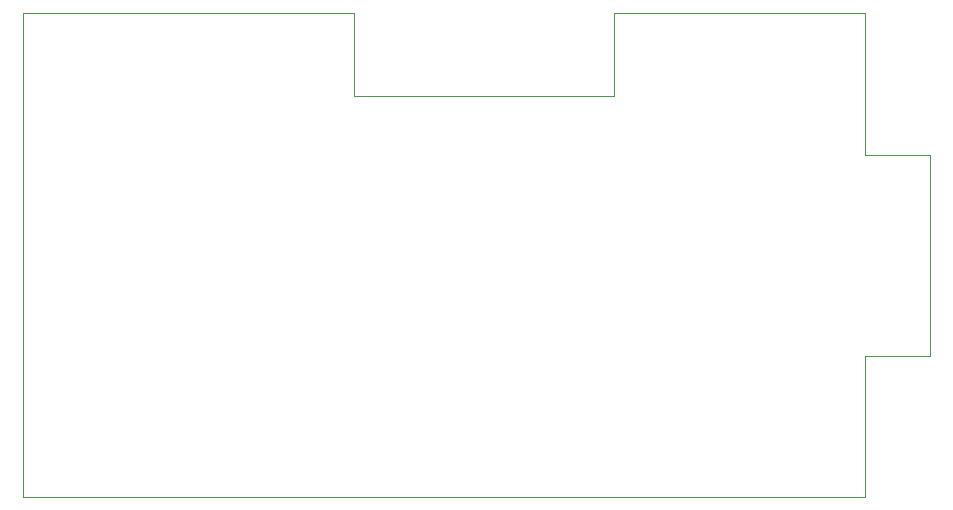
<source format=gm1>
%TF.GenerationSoftware,KiCad,Pcbnew,(6.0.11)*%
%TF.CreationDate,2023-02-17T03:20:08-05:00*%
%TF.ProjectId,IMU-pcb,494d552d-7063-4622-9e6b-696361645f70,rev?*%
%TF.SameCoordinates,Original*%
%TF.FileFunction,Profile,NP*%
%FSLAX46Y46*%
G04 Gerber Fmt 4.6, Leading zero omitted, Abs format (unit mm)*
G04 Created by KiCad (PCBNEW (6.0.11)) date 2023-02-17 03:20:08*
%MOMM*%
%LPD*%
G01*
G04 APERTURE LIST*
%TA.AperFunction,Profile*%
%ADD10C,0.100000*%
%TD*%
G04 APERTURE END LIST*
D10*
X181300000Y-98000000D02*
X181300000Y-110000000D01*
X110000000Y-110000000D02*
X110000000Y-69000000D01*
X160000000Y-76000000D02*
X160000000Y-69000000D01*
X138000000Y-76000000D02*
X160000000Y-76000000D01*
X110000000Y-110000000D02*
X181300000Y-110000000D01*
X110000000Y-69000000D02*
X138000000Y-69000000D01*
X138000000Y-69000000D02*
X138000000Y-76000000D01*
X186800000Y-81000000D02*
X181300000Y-81000000D01*
X186800000Y-98000000D02*
X186800000Y-81000000D01*
X181300000Y-81000000D02*
X181300000Y-69000000D01*
X160000000Y-69000000D02*
X181300000Y-69000000D01*
X181300000Y-98000000D02*
X186800000Y-98000000D01*
M02*

</source>
